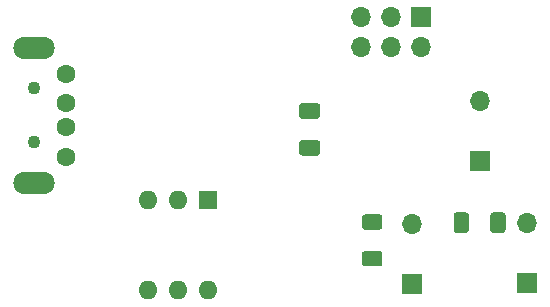
<source format=gbr>
G04 #@! TF.GenerationSoftware,KiCad,Pcbnew,5.1.9*
G04 #@! TF.CreationDate,2021-01-23T21:46:40+01:00*
G04 #@! TF.ProjectId,qc_attiny,71635f61-7474-4696-9e79-2e6b69636164,rev?*
G04 #@! TF.SameCoordinates,Original*
G04 #@! TF.FileFunction,Soldermask,Bot*
G04 #@! TF.FilePolarity,Negative*
%FSLAX46Y46*%
G04 Gerber Fmt 4.6, Leading zero omitted, Abs format (unit mm)*
G04 Created by KiCad (PCBNEW 5.1.9) date 2021-01-23 21:46:40*
%MOMM*%
%LPD*%
G01*
G04 APERTURE LIST*
%ADD10C,1.600000*%
%ADD11O,3.500000X1.900000*%
%ADD12C,1.100000*%
%ADD13O,1.700000X1.700000*%
%ADD14R,1.700000X1.700000*%
%ADD15O,1.600000X1.600000*%
%ADD16R,1.600000X1.600000*%
G04 APERTURE END LIST*
D10*
X117100000Y-108300000D03*
X117100000Y-106300000D03*
X117100000Y-110800000D03*
X117100000Y-103800000D03*
D11*
X114350000Y-113000000D03*
X114350000Y-101600000D03*
D12*
X114350000Y-109600000D03*
X114350000Y-105000000D03*
D13*
X142020000Y-101540000D03*
X142020000Y-99000000D03*
X144560000Y-101540000D03*
X144560000Y-99000000D03*
X147100000Y-101540000D03*
D14*
X147100000Y-99000000D03*
D13*
X146400000Y-116520000D03*
D14*
X146400000Y-121600000D03*
D13*
X156100000Y-116420000D03*
D14*
X156100000Y-121500000D03*
D13*
X152100000Y-106120000D03*
D14*
X152100000Y-111200000D03*
D15*
X129100000Y-122120000D03*
X124020000Y-114500000D03*
X126560000Y-122120000D03*
X126560000Y-114500000D03*
X124020000Y-122120000D03*
D16*
X129100000Y-114500000D03*
G36*
G01*
X143625001Y-117000000D02*
X142374999Y-117000000D01*
G75*
G02*
X142125000Y-116750001I0J249999D01*
G01*
X142125000Y-115949999D01*
G75*
G02*
X142374999Y-115700000I249999J0D01*
G01*
X143625001Y-115700000D01*
G75*
G02*
X143875000Y-115949999I0J-249999D01*
G01*
X143875000Y-116750001D01*
G75*
G02*
X143625001Y-117000000I-249999J0D01*
G01*
G37*
G36*
G01*
X143625001Y-120100000D02*
X142374999Y-120100000D01*
G75*
G02*
X142125000Y-119850001I0J249999D01*
G01*
X142125000Y-119049999D01*
G75*
G02*
X142374999Y-118800000I249999J0D01*
G01*
X143625001Y-118800000D01*
G75*
G02*
X143875000Y-119049999I0J-249999D01*
G01*
X143875000Y-119850001D01*
G75*
G02*
X143625001Y-120100000I-249999J0D01*
G01*
G37*
G36*
G01*
X153000000Y-117025001D02*
X153000000Y-115774999D01*
G75*
G02*
X153249999Y-115525000I249999J0D01*
G01*
X154050001Y-115525000D01*
G75*
G02*
X154300000Y-115774999I0J-249999D01*
G01*
X154300000Y-117025001D01*
G75*
G02*
X154050001Y-117275000I-249999J0D01*
G01*
X153249999Y-117275000D01*
G75*
G02*
X153000000Y-117025001I0J249999D01*
G01*
G37*
G36*
G01*
X149900000Y-117025001D02*
X149900000Y-115774999D01*
G75*
G02*
X150149999Y-115525000I249999J0D01*
G01*
X150950001Y-115525000D01*
G75*
G02*
X151200000Y-115774999I0J-249999D01*
G01*
X151200000Y-117025001D01*
G75*
G02*
X150950001Y-117275000I-249999J0D01*
G01*
X150149999Y-117275000D01*
G75*
G02*
X149900000Y-117025001I0J249999D01*
G01*
G37*
G36*
G01*
X137049998Y-109400000D02*
X138350002Y-109400000D01*
G75*
G02*
X138600000Y-109649998I0J-249998D01*
G01*
X138600000Y-110475002D01*
G75*
G02*
X138350002Y-110725000I-249998J0D01*
G01*
X137049998Y-110725000D01*
G75*
G02*
X136800000Y-110475002I0J249998D01*
G01*
X136800000Y-109649998D01*
G75*
G02*
X137049998Y-109400000I249998J0D01*
G01*
G37*
G36*
G01*
X137049998Y-106275000D02*
X138350002Y-106275000D01*
G75*
G02*
X138600000Y-106524998I0J-249998D01*
G01*
X138600000Y-107350002D01*
G75*
G02*
X138350002Y-107600000I-249998J0D01*
G01*
X137049998Y-107600000D01*
G75*
G02*
X136800000Y-107350002I0J249998D01*
G01*
X136800000Y-106524998D01*
G75*
G02*
X137049998Y-106275000I249998J0D01*
G01*
G37*
M02*

</source>
